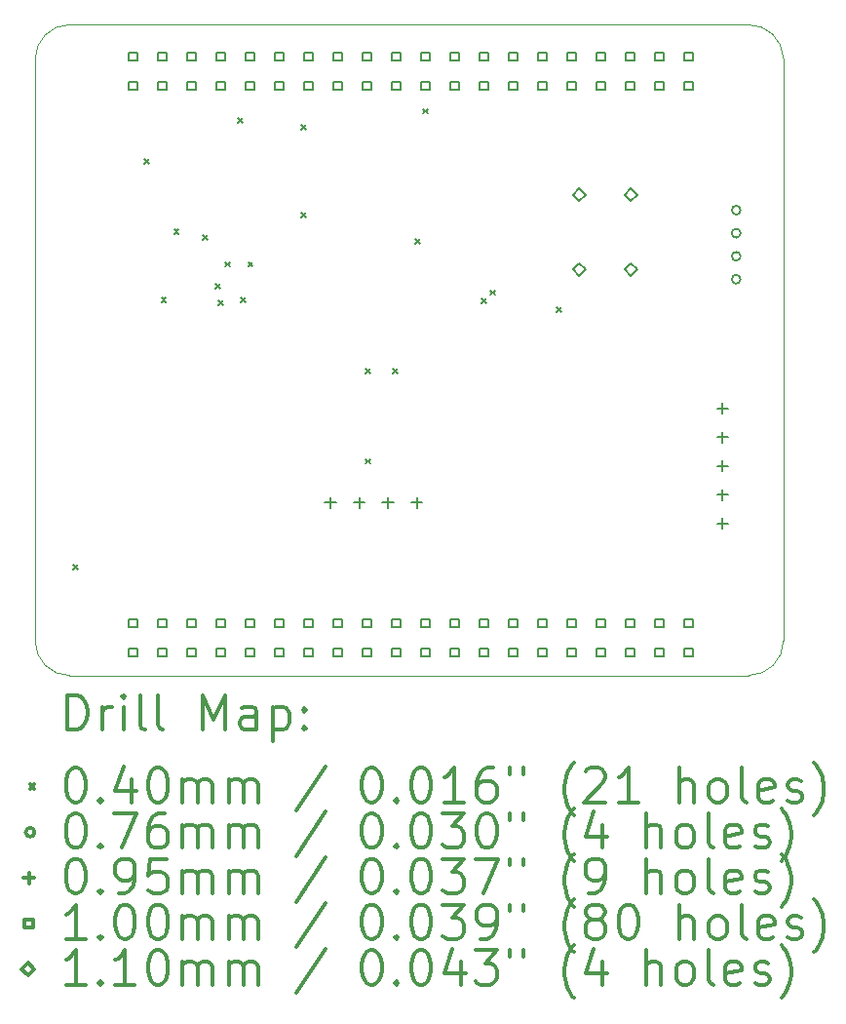
<source format=gbr>
%FSLAX45Y45*%
G04 Gerber Fmt 4.5, Leading zero omitted, Abs format (unit mm)*
G04 Created by KiCad (PCBNEW (5.1.7-0-10_14)) date 2020-11-05 09:31:54*
%MOMM*%
%LPD*%
G01*
G04 APERTURE LIST*
%TA.AperFunction,Profile*%
%ADD10C,0.100000*%
%TD*%
%ADD11C,0.200000*%
%ADD12C,0.300000*%
G04 APERTURE END LIST*
D10*
X17250000Y-6640000D02*
G75*
G03*
X16940000Y-6350000I-300000J-10000D01*
G01*
X17250000Y-11700000D02*
G75*
G02*
X16950000Y-12000000I-300000J0D01*
G01*
X10750000Y-11700000D02*
G75*
G03*
X11050000Y-12000000I300000J0D01*
G01*
X10750000Y-6650000D02*
G75*
G02*
X11050000Y-6350000I300000J0D01*
G01*
X11050000Y-6350000D02*
X16940000Y-6350000D01*
X10750000Y-11700000D02*
X10750000Y-6650000D01*
X16950000Y-12000000D02*
X11050000Y-12000000D01*
X17250000Y-6640000D02*
X17250000Y-11700000D01*
D11*
X11080000Y-11040000D02*
X11120000Y-11080000D01*
X11120000Y-11040000D02*
X11080000Y-11080000D01*
X11700000Y-7520000D02*
X11740000Y-7560000D01*
X11740000Y-7520000D02*
X11700000Y-7560000D01*
X11846807Y-8721807D02*
X11886807Y-8761807D01*
X11886807Y-8721807D02*
X11846807Y-8761807D01*
X11956500Y-8128500D02*
X11996500Y-8168500D01*
X11996500Y-8128500D02*
X11956500Y-8168500D01*
X12205500Y-8179500D02*
X12245500Y-8219500D01*
X12245500Y-8179500D02*
X12205500Y-8219500D01*
X12320000Y-8600000D02*
X12360000Y-8640000D01*
X12360000Y-8600000D02*
X12320000Y-8640000D01*
X12344877Y-8744877D02*
X12384877Y-8784877D01*
X12384877Y-8744877D02*
X12344877Y-8784877D01*
X12400000Y-8410000D02*
X12440000Y-8450000D01*
X12440000Y-8410000D02*
X12400000Y-8450000D01*
X12515000Y-7160000D02*
X12555000Y-7200000D01*
X12555000Y-7160000D02*
X12515000Y-7200000D01*
X12540000Y-8720000D02*
X12580000Y-8760000D01*
X12580000Y-8720000D02*
X12540000Y-8760000D01*
X12600000Y-8410000D02*
X12640000Y-8450000D01*
X12640000Y-8410000D02*
X12600000Y-8450000D01*
X13060000Y-7220000D02*
X13100000Y-7260000D01*
X13100000Y-7220000D02*
X13060000Y-7260000D01*
X13060000Y-7980000D02*
X13100000Y-8020000D01*
X13100000Y-7980000D02*
X13060000Y-8020000D01*
X13620000Y-9340000D02*
X13660000Y-9380000D01*
X13660000Y-9340000D02*
X13620000Y-9380000D01*
X13620000Y-10120000D02*
X13660000Y-10160000D01*
X13660000Y-10120000D02*
X13620000Y-10160000D01*
X13860000Y-9340000D02*
X13900000Y-9380000D01*
X13900000Y-9340000D02*
X13860000Y-9380000D01*
X14056000Y-8213500D02*
X14096000Y-8253500D01*
X14096000Y-8213500D02*
X14056000Y-8253500D01*
X14120000Y-7080000D02*
X14160000Y-7120000D01*
X14160000Y-7080000D02*
X14120000Y-7120000D01*
X14630000Y-8730000D02*
X14670000Y-8770000D01*
X14670000Y-8730000D02*
X14630000Y-8770000D01*
X14705000Y-8655000D02*
X14745000Y-8695000D01*
X14745000Y-8655000D02*
X14705000Y-8695000D01*
X15280000Y-8805000D02*
X15320000Y-8845000D01*
X15320000Y-8805000D02*
X15280000Y-8845000D01*
X16878100Y-7960000D02*
G75*
G03*
X16878100Y-7960000I-38100J0D01*
G01*
X16878100Y-8160000D02*
G75*
G03*
X16878100Y-8160000I-38100J0D01*
G01*
X16878100Y-8360000D02*
G75*
G03*
X16878100Y-8360000I-38100J0D01*
G01*
X16878100Y-8560000D02*
G75*
G03*
X16878100Y-8560000I-38100J0D01*
G01*
X16720000Y-9632500D02*
X16720000Y-9727500D01*
X16672500Y-9680000D02*
X16767500Y-9680000D01*
X16720000Y-9882500D02*
X16720000Y-9977500D01*
X16672500Y-9930000D02*
X16767500Y-9930000D01*
X16720000Y-10132500D02*
X16720000Y-10227500D01*
X16672500Y-10180000D02*
X16767500Y-10180000D01*
X16720000Y-10382500D02*
X16720000Y-10477500D01*
X16672500Y-10430000D02*
X16767500Y-10430000D01*
X16720000Y-10632500D02*
X16720000Y-10727500D01*
X16672500Y-10680000D02*
X16767500Y-10680000D01*
X13315000Y-10452500D02*
X13315000Y-10547500D01*
X13267500Y-10500000D02*
X13362500Y-10500000D01*
X13565000Y-10452500D02*
X13565000Y-10547500D01*
X13517500Y-10500000D02*
X13612500Y-10500000D01*
X13815000Y-10452500D02*
X13815000Y-10547500D01*
X13767500Y-10500000D02*
X13862500Y-10500000D01*
X14065000Y-10452500D02*
X14065000Y-10547500D01*
X14017500Y-10500000D02*
X14112500Y-10500000D01*
X11635356Y-11581356D02*
X11635356Y-11510644D01*
X11564644Y-11510644D01*
X11564644Y-11581356D01*
X11635356Y-11581356D01*
X11635356Y-11835356D02*
X11635356Y-11764644D01*
X11564644Y-11764644D01*
X11564644Y-11835356D01*
X11635356Y-11835356D01*
X11889356Y-11581356D02*
X11889356Y-11510644D01*
X11818644Y-11510644D01*
X11818644Y-11581356D01*
X11889356Y-11581356D01*
X11889356Y-11835356D02*
X11889356Y-11764644D01*
X11818644Y-11764644D01*
X11818644Y-11835356D01*
X11889356Y-11835356D01*
X12143356Y-11581356D02*
X12143356Y-11510644D01*
X12072644Y-11510644D01*
X12072644Y-11581356D01*
X12143356Y-11581356D01*
X12143356Y-11835356D02*
X12143356Y-11764644D01*
X12072644Y-11764644D01*
X12072644Y-11835356D01*
X12143356Y-11835356D01*
X12397356Y-11581356D02*
X12397356Y-11510644D01*
X12326644Y-11510644D01*
X12326644Y-11581356D01*
X12397356Y-11581356D01*
X12397356Y-11835356D02*
X12397356Y-11764644D01*
X12326644Y-11764644D01*
X12326644Y-11835356D01*
X12397356Y-11835356D01*
X12651356Y-11581356D02*
X12651356Y-11510644D01*
X12580644Y-11510644D01*
X12580644Y-11581356D01*
X12651356Y-11581356D01*
X12651356Y-11835356D02*
X12651356Y-11764644D01*
X12580644Y-11764644D01*
X12580644Y-11835356D01*
X12651356Y-11835356D01*
X12905356Y-11581356D02*
X12905356Y-11510644D01*
X12834644Y-11510644D01*
X12834644Y-11581356D01*
X12905356Y-11581356D01*
X12905356Y-11835356D02*
X12905356Y-11764644D01*
X12834644Y-11764644D01*
X12834644Y-11835356D01*
X12905356Y-11835356D01*
X13159356Y-11581356D02*
X13159356Y-11510644D01*
X13088644Y-11510644D01*
X13088644Y-11581356D01*
X13159356Y-11581356D01*
X13159356Y-11835356D02*
X13159356Y-11764644D01*
X13088644Y-11764644D01*
X13088644Y-11835356D01*
X13159356Y-11835356D01*
X13413356Y-11581356D02*
X13413356Y-11510644D01*
X13342644Y-11510644D01*
X13342644Y-11581356D01*
X13413356Y-11581356D01*
X13413356Y-11835356D02*
X13413356Y-11764644D01*
X13342644Y-11764644D01*
X13342644Y-11835356D01*
X13413356Y-11835356D01*
X13667356Y-11581356D02*
X13667356Y-11510644D01*
X13596644Y-11510644D01*
X13596644Y-11581356D01*
X13667356Y-11581356D01*
X13667356Y-11835356D02*
X13667356Y-11764644D01*
X13596644Y-11764644D01*
X13596644Y-11835356D01*
X13667356Y-11835356D01*
X13921356Y-11581356D02*
X13921356Y-11510644D01*
X13850644Y-11510644D01*
X13850644Y-11581356D01*
X13921356Y-11581356D01*
X13921356Y-11835356D02*
X13921356Y-11764644D01*
X13850644Y-11764644D01*
X13850644Y-11835356D01*
X13921356Y-11835356D01*
X14175356Y-11581356D02*
X14175356Y-11510644D01*
X14104644Y-11510644D01*
X14104644Y-11581356D01*
X14175356Y-11581356D01*
X14175356Y-11835356D02*
X14175356Y-11764644D01*
X14104644Y-11764644D01*
X14104644Y-11835356D01*
X14175356Y-11835356D01*
X14429356Y-11581356D02*
X14429356Y-11510644D01*
X14358644Y-11510644D01*
X14358644Y-11581356D01*
X14429356Y-11581356D01*
X14429356Y-11835356D02*
X14429356Y-11764644D01*
X14358644Y-11764644D01*
X14358644Y-11835356D01*
X14429356Y-11835356D01*
X14683356Y-11581356D02*
X14683356Y-11510644D01*
X14612644Y-11510644D01*
X14612644Y-11581356D01*
X14683356Y-11581356D01*
X14683356Y-11835356D02*
X14683356Y-11764644D01*
X14612644Y-11764644D01*
X14612644Y-11835356D01*
X14683356Y-11835356D01*
X14937356Y-11581356D02*
X14937356Y-11510644D01*
X14866644Y-11510644D01*
X14866644Y-11581356D01*
X14937356Y-11581356D01*
X14937356Y-11835356D02*
X14937356Y-11764644D01*
X14866644Y-11764644D01*
X14866644Y-11835356D01*
X14937356Y-11835356D01*
X15191356Y-11581356D02*
X15191356Y-11510644D01*
X15120644Y-11510644D01*
X15120644Y-11581356D01*
X15191356Y-11581356D01*
X15191356Y-11835356D02*
X15191356Y-11764644D01*
X15120644Y-11764644D01*
X15120644Y-11835356D01*
X15191356Y-11835356D01*
X15445356Y-11581356D02*
X15445356Y-11510644D01*
X15374644Y-11510644D01*
X15374644Y-11581356D01*
X15445356Y-11581356D01*
X15445356Y-11835356D02*
X15445356Y-11764644D01*
X15374644Y-11764644D01*
X15374644Y-11835356D01*
X15445356Y-11835356D01*
X15699356Y-11581356D02*
X15699356Y-11510644D01*
X15628644Y-11510644D01*
X15628644Y-11581356D01*
X15699356Y-11581356D01*
X15699356Y-11835356D02*
X15699356Y-11764644D01*
X15628644Y-11764644D01*
X15628644Y-11835356D01*
X15699356Y-11835356D01*
X15953356Y-11581356D02*
X15953356Y-11510644D01*
X15882644Y-11510644D01*
X15882644Y-11581356D01*
X15953356Y-11581356D01*
X15953356Y-11835356D02*
X15953356Y-11764644D01*
X15882644Y-11764644D01*
X15882644Y-11835356D01*
X15953356Y-11835356D01*
X16207356Y-11581356D02*
X16207356Y-11510644D01*
X16136644Y-11510644D01*
X16136644Y-11581356D01*
X16207356Y-11581356D01*
X16207356Y-11835356D02*
X16207356Y-11764644D01*
X16136644Y-11764644D01*
X16136644Y-11835356D01*
X16207356Y-11835356D01*
X16461356Y-11581356D02*
X16461356Y-11510644D01*
X16390644Y-11510644D01*
X16390644Y-11581356D01*
X16461356Y-11581356D01*
X16461356Y-11835356D02*
X16461356Y-11764644D01*
X16390644Y-11764644D01*
X16390644Y-11835356D01*
X16461356Y-11835356D01*
X11635356Y-6660356D02*
X11635356Y-6589644D01*
X11564644Y-6589644D01*
X11564644Y-6660356D01*
X11635356Y-6660356D01*
X11635356Y-6914356D02*
X11635356Y-6843644D01*
X11564644Y-6843644D01*
X11564644Y-6914356D01*
X11635356Y-6914356D01*
X11889356Y-6660356D02*
X11889356Y-6589644D01*
X11818644Y-6589644D01*
X11818644Y-6660356D01*
X11889356Y-6660356D01*
X11889356Y-6914356D02*
X11889356Y-6843644D01*
X11818644Y-6843644D01*
X11818644Y-6914356D01*
X11889356Y-6914356D01*
X12143356Y-6660356D02*
X12143356Y-6589644D01*
X12072644Y-6589644D01*
X12072644Y-6660356D01*
X12143356Y-6660356D01*
X12143356Y-6914356D02*
X12143356Y-6843644D01*
X12072644Y-6843644D01*
X12072644Y-6914356D01*
X12143356Y-6914356D01*
X12397356Y-6660356D02*
X12397356Y-6589644D01*
X12326644Y-6589644D01*
X12326644Y-6660356D01*
X12397356Y-6660356D01*
X12397356Y-6914356D02*
X12397356Y-6843644D01*
X12326644Y-6843644D01*
X12326644Y-6914356D01*
X12397356Y-6914356D01*
X12651356Y-6660356D02*
X12651356Y-6589644D01*
X12580644Y-6589644D01*
X12580644Y-6660356D01*
X12651356Y-6660356D01*
X12651356Y-6914356D02*
X12651356Y-6843644D01*
X12580644Y-6843644D01*
X12580644Y-6914356D01*
X12651356Y-6914356D01*
X12905356Y-6660356D02*
X12905356Y-6589644D01*
X12834644Y-6589644D01*
X12834644Y-6660356D01*
X12905356Y-6660356D01*
X12905356Y-6914356D02*
X12905356Y-6843644D01*
X12834644Y-6843644D01*
X12834644Y-6914356D01*
X12905356Y-6914356D01*
X13159356Y-6660356D02*
X13159356Y-6589644D01*
X13088644Y-6589644D01*
X13088644Y-6660356D01*
X13159356Y-6660356D01*
X13159356Y-6914356D02*
X13159356Y-6843644D01*
X13088644Y-6843644D01*
X13088644Y-6914356D01*
X13159356Y-6914356D01*
X13413356Y-6660356D02*
X13413356Y-6589644D01*
X13342644Y-6589644D01*
X13342644Y-6660356D01*
X13413356Y-6660356D01*
X13413356Y-6914356D02*
X13413356Y-6843644D01*
X13342644Y-6843644D01*
X13342644Y-6914356D01*
X13413356Y-6914356D01*
X13667356Y-6660356D02*
X13667356Y-6589644D01*
X13596644Y-6589644D01*
X13596644Y-6660356D01*
X13667356Y-6660356D01*
X13667356Y-6914356D02*
X13667356Y-6843644D01*
X13596644Y-6843644D01*
X13596644Y-6914356D01*
X13667356Y-6914356D01*
X13921356Y-6660356D02*
X13921356Y-6589644D01*
X13850644Y-6589644D01*
X13850644Y-6660356D01*
X13921356Y-6660356D01*
X13921356Y-6914356D02*
X13921356Y-6843644D01*
X13850644Y-6843644D01*
X13850644Y-6914356D01*
X13921356Y-6914356D01*
X14175356Y-6660356D02*
X14175356Y-6589644D01*
X14104644Y-6589644D01*
X14104644Y-6660356D01*
X14175356Y-6660356D01*
X14175356Y-6914356D02*
X14175356Y-6843644D01*
X14104644Y-6843644D01*
X14104644Y-6914356D01*
X14175356Y-6914356D01*
X14429356Y-6660356D02*
X14429356Y-6589644D01*
X14358644Y-6589644D01*
X14358644Y-6660356D01*
X14429356Y-6660356D01*
X14429356Y-6914356D02*
X14429356Y-6843644D01*
X14358644Y-6843644D01*
X14358644Y-6914356D01*
X14429356Y-6914356D01*
X14683356Y-6660356D02*
X14683356Y-6589644D01*
X14612644Y-6589644D01*
X14612644Y-6660356D01*
X14683356Y-6660356D01*
X14683356Y-6914356D02*
X14683356Y-6843644D01*
X14612644Y-6843644D01*
X14612644Y-6914356D01*
X14683356Y-6914356D01*
X14937356Y-6660356D02*
X14937356Y-6589644D01*
X14866644Y-6589644D01*
X14866644Y-6660356D01*
X14937356Y-6660356D01*
X14937356Y-6914356D02*
X14937356Y-6843644D01*
X14866644Y-6843644D01*
X14866644Y-6914356D01*
X14937356Y-6914356D01*
X15191356Y-6660356D02*
X15191356Y-6589644D01*
X15120644Y-6589644D01*
X15120644Y-6660356D01*
X15191356Y-6660356D01*
X15191356Y-6914356D02*
X15191356Y-6843644D01*
X15120644Y-6843644D01*
X15120644Y-6914356D01*
X15191356Y-6914356D01*
X15445356Y-6660356D02*
X15445356Y-6589644D01*
X15374644Y-6589644D01*
X15374644Y-6660356D01*
X15445356Y-6660356D01*
X15445356Y-6914356D02*
X15445356Y-6843644D01*
X15374644Y-6843644D01*
X15374644Y-6914356D01*
X15445356Y-6914356D01*
X15699356Y-6660356D02*
X15699356Y-6589644D01*
X15628644Y-6589644D01*
X15628644Y-6660356D01*
X15699356Y-6660356D01*
X15699356Y-6914356D02*
X15699356Y-6843644D01*
X15628644Y-6843644D01*
X15628644Y-6914356D01*
X15699356Y-6914356D01*
X15953356Y-6660356D02*
X15953356Y-6589644D01*
X15882644Y-6589644D01*
X15882644Y-6660356D01*
X15953356Y-6660356D01*
X15953356Y-6914356D02*
X15953356Y-6843644D01*
X15882644Y-6843644D01*
X15882644Y-6914356D01*
X15953356Y-6914356D01*
X16207356Y-6660356D02*
X16207356Y-6589644D01*
X16136644Y-6589644D01*
X16136644Y-6660356D01*
X16207356Y-6660356D01*
X16207356Y-6914356D02*
X16207356Y-6843644D01*
X16136644Y-6843644D01*
X16136644Y-6914356D01*
X16207356Y-6914356D01*
X16461356Y-6660356D02*
X16461356Y-6589644D01*
X16390644Y-6589644D01*
X16390644Y-6660356D01*
X16461356Y-6660356D01*
X16461356Y-6914356D02*
X16461356Y-6843644D01*
X16390644Y-6843644D01*
X16390644Y-6914356D01*
X16461356Y-6914356D01*
X15475000Y-7880000D02*
X15530000Y-7825000D01*
X15475000Y-7770000D01*
X15420000Y-7825000D01*
X15475000Y-7880000D01*
X15475000Y-8530000D02*
X15530000Y-8475000D01*
X15475000Y-8420000D01*
X15420000Y-8475000D01*
X15475000Y-8530000D01*
X15925000Y-7880000D02*
X15980000Y-7825000D01*
X15925000Y-7770000D01*
X15870000Y-7825000D01*
X15925000Y-7880000D01*
X15925000Y-8530000D02*
X15980000Y-8475000D01*
X15925000Y-8420000D01*
X15870000Y-8475000D01*
X15925000Y-8530000D01*
D12*
X11031428Y-12470714D02*
X11031428Y-12170714D01*
X11102857Y-12170714D01*
X11145714Y-12185000D01*
X11174286Y-12213571D01*
X11188571Y-12242143D01*
X11202857Y-12299286D01*
X11202857Y-12342143D01*
X11188571Y-12399286D01*
X11174286Y-12427857D01*
X11145714Y-12456429D01*
X11102857Y-12470714D01*
X11031428Y-12470714D01*
X11331428Y-12470714D02*
X11331428Y-12270714D01*
X11331428Y-12327857D02*
X11345714Y-12299286D01*
X11360000Y-12285000D01*
X11388571Y-12270714D01*
X11417143Y-12270714D01*
X11517143Y-12470714D02*
X11517143Y-12270714D01*
X11517143Y-12170714D02*
X11502857Y-12185000D01*
X11517143Y-12199286D01*
X11531428Y-12185000D01*
X11517143Y-12170714D01*
X11517143Y-12199286D01*
X11702857Y-12470714D02*
X11674286Y-12456429D01*
X11660000Y-12427857D01*
X11660000Y-12170714D01*
X11860000Y-12470714D02*
X11831428Y-12456429D01*
X11817143Y-12427857D01*
X11817143Y-12170714D01*
X12202857Y-12470714D02*
X12202857Y-12170714D01*
X12302857Y-12385000D01*
X12402857Y-12170714D01*
X12402857Y-12470714D01*
X12674286Y-12470714D02*
X12674286Y-12313571D01*
X12660000Y-12285000D01*
X12631428Y-12270714D01*
X12574286Y-12270714D01*
X12545714Y-12285000D01*
X12674286Y-12456429D02*
X12645714Y-12470714D01*
X12574286Y-12470714D01*
X12545714Y-12456429D01*
X12531428Y-12427857D01*
X12531428Y-12399286D01*
X12545714Y-12370714D01*
X12574286Y-12356429D01*
X12645714Y-12356429D01*
X12674286Y-12342143D01*
X12817143Y-12270714D02*
X12817143Y-12570714D01*
X12817143Y-12285000D02*
X12845714Y-12270714D01*
X12902857Y-12270714D01*
X12931428Y-12285000D01*
X12945714Y-12299286D01*
X12960000Y-12327857D01*
X12960000Y-12413571D01*
X12945714Y-12442143D01*
X12931428Y-12456429D01*
X12902857Y-12470714D01*
X12845714Y-12470714D01*
X12817143Y-12456429D01*
X13088571Y-12442143D02*
X13102857Y-12456429D01*
X13088571Y-12470714D01*
X13074286Y-12456429D01*
X13088571Y-12442143D01*
X13088571Y-12470714D01*
X13088571Y-12285000D02*
X13102857Y-12299286D01*
X13088571Y-12313571D01*
X13074286Y-12299286D01*
X13088571Y-12285000D01*
X13088571Y-12313571D01*
X10705000Y-12945000D02*
X10745000Y-12985000D01*
X10745000Y-12945000D02*
X10705000Y-12985000D01*
X11088571Y-12800714D02*
X11117143Y-12800714D01*
X11145714Y-12815000D01*
X11160000Y-12829286D01*
X11174286Y-12857857D01*
X11188571Y-12915000D01*
X11188571Y-12986429D01*
X11174286Y-13043571D01*
X11160000Y-13072143D01*
X11145714Y-13086429D01*
X11117143Y-13100714D01*
X11088571Y-13100714D01*
X11060000Y-13086429D01*
X11045714Y-13072143D01*
X11031428Y-13043571D01*
X11017143Y-12986429D01*
X11017143Y-12915000D01*
X11031428Y-12857857D01*
X11045714Y-12829286D01*
X11060000Y-12815000D01*
X11088571Y-12800714D01*
X11317143Y-13072143D02*
X11331428Y-13086429D01*
X11317143Y-13100714D01*
X11302857Y-13086429D01*
X11317143Y-13072143D01*
X11317143Y-13100714D01*
X11588571Y-12900714D02*
X11588571Y-13100714D01*
X11517143Y-12786429D02*
X11445714Y-13000714D01*
X11631428Y-13000714D01*
X11802857Y-12800714D02*
X11831428Y-12800714D01*
X11860000Y-12815000D01*
X11874286Y-12829286D01*
X11888571Y-12857857D01*
X11902857Y-12915000D01*
X11902857Y-12986429D01*
X11888571Y-13043571D01*
X11874286Y-13072143D01*
X11860000Y-13086429D01*
X11831428Y-13100714D01*
X11802857Y-13100714D01*
X11774286Y-13086429D01*
X11760000Y-13072143D01*
X11745714Y-13043571D01*
X11731428Y-12986429D01*
X11731428Y-12915000D01*
X11745714Y-12857857D01*
X11760000Y-12829286D01*
X11774286Y-12815000D01*
X11802857Y-12800714D01*
X12031428Y-13100714D02*
X12031428Y-12900714D01*
X12031428Y-12929286D02*
X12045714Y-12915000D01*
X12074286Y-12900714D01*
X12117143Y-12900714D01*
X12145714Y-12915000D01*
X12160000Y-12943571D01*
X12160000Y-13100714D01*
X12160000Y-12943571D02*
X12174286Y-12915000D01*
X12202857Y-12900714D01*
X12245714Y-12900714D01*
X12274286Y-12915000D01*
X12288571Y-12943571D01*
X12288571Y-13100714D01*
X12431428Y-13100714D02*
X12431428Y-12900714D01*
X12431428Y-12929286D02*
X12445714Y-12915000D01*
X12474286Y-12900714D01*
X12517143Y-12900714D01*
X12545714Y-12915000D01*
X12560000Y-12943571D01*
X12560000Y-13100714D01*
X12560000Y-12943571D02*
X12574286Y-12915000D01*
X12602857Y-12900714D01*
X12645714Y-12900714D01*
X12674286Y-12915000D01*
X12688571Y-12943571D01*
X12688571Y-13100714D01*
X13274286Y-12786429D02*
X13017143Y-13172143D01*
X13660000Y-12800714D02*
X13688571Y-12800714D01*
X13717143Y-12815000D01*
X13731428Y-12829286D01*
X13745714Y-12857857D01*
X13760000Y-12915000D01*
X13760000Y-12986429D01*
X13745714Y-13043571D01*
X13731428Y-13072143D01*
X13717143Y-13086429D01*
X13688571Y-13100714D01*
X13660000Y-13100714D01*
X13631428Y-13086429D01*
X13617143Y-13072143D01*
X13602857Y-13043571D01*
X13588571Y-12986429D01*
X13588571Y-12915000D01*
X13602857Y-12857857D01*
X13617143Y-12829286D01*
X13631428Y-12815000D01*
X13660000Y-12800714D01*
X13888571Y-13072143D02*
X13902857Y-13086429D01*
X13888571Y-13100714D01*
X13874286Y-13086429D01*
X13888571Y-13072143D01*
X13888571Y-13100714D01*
X14088571Y-12800714D02*
X14117143Y-12800714D01*
X14145714Y-12815000D01*
X14160000Y-12829286D01*
X14174286Y-12857857D01*
X14188571Y-12915000D01*
X14188571Y-12986429D01*
X14174286Y-13043571D01*
X14160000Y-13072143D01*
X14145714Y-13086429D01*
X14117143Y-13100714D01*
X14088571Y-13100714D01*
X14060000Y-13086429D01*
X14045714Y-13072143D01*
X14031428Y-13043571D01*
X14017143Y-12986429D01*
X14017143Y-12915000D01*
X14031428Y-12857857D01*
X14045714Y-12829286D01*
X14060000Y-12815000D01*
X14088571Y-12800714D01*
X14474286Y-13100714D02*
X14302857Y-13100714D01*
X14388571Y-13100714D02*
X14388571Y-12800714D01*
X14360000Y-12843571D01*
X14331428Y-12872143D01*
X14302857Y-12886429D01*
X14731428Y-12800714D02*
X14674286Y-12800714D01*
X14645714Y-12815000D01*
X14631428Y-12829286D01*
X14602857Y-12872143D01*
X14588571Y-12929286D01*
X14588571Y-13043571D01*
X14602857Y-13072143D01*
X14617143Y-13086429D01*
X14645714Y-13100714D01*
X14702857Y-13100714D01*
X14731428Y-13086429D01*
X14745714Y-13072143D01*
X14760000Y-13043571D01*
X14760000Y-12972143D01*
X14745714Y-12943571D01*
X14731428Y-12929286D01*
X14702857Y-12915000D01*
X14645714Y-12915000D01*
X14617143Y-12929286D01*
X14602857Y-12943571D01*
X14588571Y-12972143D01*
X14874286Y-12800714D02*
X14874286Y-12857857D01*
X14988571Y-12800714D02*
X14988571Y-12857857D01*
X15431428Y-13215000D02*
X15417143Y-13200714D01*
X15388571Y-13157857D01*
X15374286Y-13129286D01*
X15360000Y-13086429D01*
X15345714Y-13015000D01*
X15345714Y-12957857D01*
X15360000Y-12886429D01*
X15374286Y-12843571D01*
X15388571Y-12815000D01*
X15417143Y-12772143D01*
X15431428Y-12757857D01*
X15531428Y-12829286D02*
X15545714Y-12815000D01*
X15574286Y-12800714D01*
X15645714Y-12800714D01*
X15674286Y-12815000D01*
X15688571Y-12829286D01*
X15702857Y-12857857D01*
X15702857Y-12886429D01*
X15688571Y-12929286D01*
X15517143Y-13100714D01*
X15702857Y-13100714D01*
X15988571Y-13100714D02*
X15817143Y-13100714D01*
X15902857Y-13100714D02*
X15902857Y-12800714D01*
X15874286Y-12843571D01*
X15845714Y-12872143D01*
X15817143Y-12886429D01*
X16345714Y-13100714D02*
X16345714Y-12800714D01*
X16474286Y-13100714D02*
X16474286Y-12943571D01*
X16460000Y-12915000D01*
X16431428Y-12900714D01*
X16388571Y-12900714D01*
X16360000Y-12915000D01*
X16345714Y-12929286D01*
X16660000Y-13100714D02*
X16631428Y-13086429D01*
X16617143Y-13072143D01*
X16602857Y-13043571D01*
X16602857Y-12957857D01*
X16617143Y-12929286D01*
X16631428Y-12915000D01*
X16660000Y-12900714D01*
X16702857Y-12900714D01*
X16731428Y-12915000D01*
X16745714Y-12929286D01*
X16760000Y-12957857D01*
X16760000Y-13043571D01*
X16745714Y-13072143D01*
X16731428Y-13086429D01*
X16702857Y-13100714D01*
X16660000Y-13100714D01*
X16931428Y-13100714D02*
X16902857Y-13086429D01*
X16888571Y-13057857D01*
X16888571Y-12800714D01*
X17160000Y-13086429D02*
X17131428Y-13100714D01*
X17074286Y-13100714D01*
X17045714Y-13086429D01*
X17031428Y-13057857D01*
X17031428Y-12943571D01*
X17045714Y-12915000D01*
X17074286Y-12900714D01*
X17131428Y-12900714D01*
X17160000Y-12915000D01*
X17174286Y-12943571D01*
X17174286Y-12972143D01*
X17031428Y-13000714D01*
X17288571Y-13086429D02*
X17317143Y-13100714D01*
X17374286Y-13100714D01*
X17402857Y-13086429D01*
X17417143Y-13057857D01*
X17417143Y-13043571D01*
X17402857Y-13015000D01*
X17374286Y-13000714D01*
X17331428Y-13000714D01*
X17302857Y-12986429D01*
X17288571Y-12957857D01*
X17288571Y-12943571D01*
X17302857Y-12915000D01*
X17331428Y-12900714D01*
X17374286Y-12900714D01*
X17402857Y-12915000D01*
X17517143Y-13215000D02*
X17531428Y-13200714D01*
X17560000Y-13157857D01*
X17574286Y-13129286D01*
X17588571Y-13086429D01*
X17602857Y-13015000D01*
X17602857Y-12957857D01*
X17588571Y-12886429D01*
X17574286Y-12843571D01*
X17560000Y-12815000D01*
X17531428Y-12772143D01*
X17517143Y-12757857D01*
X10745000Y-13361000D02*
G75*
G03*
X10745000Y-13361000I-38100J0D01*
G01*
X11088571Y-13196714D02*
X11117143Y-13196714D01*
X11145714Y-13211000D01*
X11160000Y-13225286D01*
X11174286Y-13253857D01*
X11188571Y-13311000D01*
X11188571Y-13382429D01*
X11174286Y-13439571D01*
X11160000Y-13468143D01*
X11145714Y-13482429D01*
X11117143Y-13496714D01*
X11088571Y-13496714D01*
X11060000Y-13482429D01*
X11045714Y-13468143D01*
X11031428Y-13439571D01*
X11017143Y-13382429D01*
X11017143Y-13311000D01*
X11031428Y-13253857D01*
X11045714Y-13225286D01*
X11060000Y-13211000D01*
X11088571Y-13196714D01*
X11317143Y-13468143D02*
X11331428Y-13482429D01*
X11317143Y-13496714D01*
X11302857Y-13482429D01*
X11317143Y-13468143D01*
X11317143Y-13496714D01*
X11431428Y-13196714D02*
X11631428Y-13196714D01*
X11502857Y-13496714D01*
X11874286Y-13196714D02*
X11817143Y-13196714D01*
X11788571Y-13211000D01*
X11774286Y-13225286D01*
X11745714Y-13268143D01*
X11731428Y-13325286D01*
X11731428Y-13439571D01*
X11745714Y-13468143D01*
X11760000Y-13482429D01*
X11788571Y-13496714D01*
X11845714Y-13496714D01*
X11874286Y-13482429D01*
X11888571Y-13468143D01*
X11902857Y-13439571D01*
X11902857Y-13368143D01*
X11888571Y-13339571D01*
X11874286Y-13325286D01*
X11845714Y-13311000D01*
X11788571Y-13311000D01*
X11760000Y-13325286D01*
X11745714Y-13339571D01*
X11731428Y-13368143D01*
X12031428Y-13496714D02*
X12031428Y-13296714D01*
X12031428Y-13325286D02*
X12045714Y-13311000D01*
X12074286Y-13296714D01*
X12117143Y-13296714D01*
X12145714Y-13311000D01*
X12160000Y-13339571D01*
X12160000Y-13496714D01*
X12160000Y-13339571D02*
X12174286Y-13311000D01*
X12202857Y-13296714D01*
X12245714Y-13296714D01*
X12274286Y-13311000D01*
X12288571Y-13339571D01*
X12288571Y-13496714D01*
X12431428Y-13496714D02*
X12431428Y-13296714D01*
X12431428Y-13325286D02*
X12445714Y-13311000D01*
X12474286Y-13296714D01*
X12517143Y-13296714D01*
X12545714Y-13311000D01*
X12560000Y-13339571D01*
X12560000Y-13496714D01*
X12560000Y-13339571D02*
X12574286Y-13311000D01*
X12602857Y-13296714D01*
X12645714Y-13296714D01*
X12674286Y-13311000D01*
X12688571Y-13339571D01*
X12688571Y-13496714D01*
X13274286Y-13182429D02*
X13017143Y-13568143D01*
X13660000Y-13196714D02*
X13688571Y-13196714D01*
X13717143Y-13211000D01*
X13731428Y-13225286D01*
X13745714Y-13253857D01*
X13760000Y-13311000D01*
X13760000Y-13382429D01*
X13745714Y-13439571D01*
X13731428Y-13468143D01*
X13717143Y-13482429D01*
X13688571Y-13496714D01*
X13660000Y-13496714D01*
X13631428Y-13482429D01*
X13617143Y-13468143D01*
X13602857Y-13439571D01*
X13588571Y-13382429D01*
X13588571Y-13311000D01*
X13602857Y-13253857D01*
X13617143Y-13225286D01*
X13631428Y-13211000D01*
X13660000Y-13196714D01*
X13888571Y-13468143D02*
X13902857Y-13482429D01*
X13888571Y-13496714D01*
X13874286Y-13482429D01*
X13888571Y-13468143D01*
X13888571Y-13496714D01*
X14088571Y-13196714D02*
X14117143Y-13196714D01*
X14145714Y-13211000D01*
X14160000Y-13225286D01*
X14174286Y-13253857D01*
X14188571Y-13311000D01*
X14188571Y-13382429D01*
X14174286Y-13439571D01*
X14160000Y-13468143D01*
X14145714Y-13482429D01*
X14117143Y-13496714D01*
X14088571Y-13496714D01*
X14060000Y-13482429D01*
X14045714Y-13468143D01*
X14031428Y-13439571D01*
X14017143Y-13382429D01*
X14017143Y-13311000D01*
X14031428Y-13253857D01*
X14045714Y-13225286D01*
X14060000Y-13211000D01*
X14088571Y-13196714D01*
X14288571Y-13196714D02*
X14474286Y-13196714D01*
X14374286Y-13311000D01*
X14417143Y-13311000D01*
X14445714Y-13325286D01*
X14460000Y-13339571D01*
X14474286Y-13368143D01*
X14474286Y-13439571D01*
X14460000Y-13468143D01*
X14445714Y-13482429D01*
X14417143Y-13496714D01*
X14331428Y-13496714D01*
X14302857Y-13482429D01*
X14288571Y-13468143D01*
X14660000Y-13196714D02*
X14688571Y-13196714D01*
X14717143Y-13211000D01*
X14731428Y-13225286D01*
X14745714Y-13253857D01*
X14760000Y-13311000D01*
X14760000Y-13382429D01*
X14745714Y-13439571D01*
X14731428Y-13468143D01*
X14717143Y-13482429D01*
X14688571Y-13496714D01*
X14660000Y-13496714D01*
X14631428Y-13482429D01*
X14617143Y-13468143D01*
X14602857Y-13439571D01*
X14588571Y-13382429D01*
X14588571Y-13311000D01*
X14602857Y-13253857D01*
X14617143Y-13225286D01*
X14631428Y-13211000D01*
X14660000Y-13196714D01*
X14874286Y-13196714D02*
X14874286Y-13253857D01*
X14988571Y-13196714D02*
X14988571Y-13253857D01*
X15431428Y-13611000D02*
X15417143Y-13596714D01*
X15388571Y-13553857D01*
X15374286Y-13525286D01*
X15360000Y-13482429D01*
X15345714Y-13411000D01*
X15345714Y-13353857D01*
X15360000Y-13282429D01*
X15374286Y-13239571D01*
X15388571Y-13211000D01*
X15417143Y-13168143D01*
X15431428Y-13153857D01*
X15674286Y-13296714D02*
X15674286Y-13496714D01*
X15602857Y-13182429D02*
X15531428Y-13396714D01*
X15717143Y-13396714D01*
X16060000Y-13496714D02*
X16060000Y-13196714D01*
X16188571Y-13496714D02*
X16188571Y-13339571D01*
X16174286Y-13311000D01*
X16145714Y-13296714D01*
X16102857Y-13296714D01*
X16074286Y-13311000D01*
X16060000Y-13325286D01*
X16374286Y-13496714D02*
X16345714Y-13482429D01*
X16331428Y-13468143D01*
X16317143Y-13439571D01*
X16317143Y-13353857D01*
X16331428Y-13325286D01*
X16345714Y-13311000D01*
X16374286Y-13296714D01*
X16417143Y-13296714D01*
X16445714Y-13311000D01*
X16460000Y-13325286D01*
X16474286Y-13353857D01*
X16474286Y-13439571D01*
X16460000Y-13468143D01*
X16445714Y-13482429D01*
X16417143Y-13496714D01*
X16374286Y-13496714D01*
X16645714Y-13496714D02*
X16617143Y-13482429D01*
X16602857Y-13453857D01*
X16602857Y-13196714D01*
X16874286Y-13482429D02*
X16845714Y-13496714D01*
X16788571Y-13496714D01*
X16760000Y-13482429D01*
X16745714Y-13453857D01*
X16745714Y-13339571D01*
X16760000Y-13311000D01*
X16788571Y-13296714D01*
X16845714Y-13296714D01*
X16874286Y-13311000D01*
X16888571Y-13339571D01*
X16888571Y-13368143D01*
X16745714Y-13396714D01*
X17002857Y-13482429D02*
X17031428Y-13496714D01*
X17088571Y-13496714D01*
X17117143Y-13482429D01*
X17131428Y-13453857D01*
X17131428Y-13439571D01*
X17117143Y-13411000D01*
X17088571Y-13396714D01*
X17045714Y-13396714D01*
X17017143Y-13382429D01*
X17002857Y-13353857D01*
X17002857Y-13339571D01*
X17017143Y-13311000D01*
X17045714Y-13296714D01*
X17088571Y-13296714D01*
X17117143Y-13311000D01*
X17231428Y-13611000D02*
X17245714Y-13596714D01*
X17274286Y-13553857D01*
X17288571Y-13525286D01*
X17302857Y-13482429D01*
X17317143Y-13411000D01*
X17317143Y-13353857D01*
X17302857Y-13282429D01*
X17288571Y-13239571D01*
X17274286Y-13211000D01*
X17245714Y-13168143D01*
X17231428Y-13153857D01*
X10697500Y-13709500D02*
X10697500Y-13804500D01*
X10650000Y-13757000D02*
X10745000Y-13757000D01*
X11088571Y-13592714D02*
X11117143Y-13592714D01*
X11145714Y-13607000D01*
X11160000Y-13621286D01*
X11174286Y-13649857D01*
X11188571Y-13707000D01*
X11188571Y-13778429D01*
X11174286Y-13835571D01*
X11160000Y-13864143D01*
X11145714Y-13878429D01*
X11117143Y-13892714D01*
X11088571Y-13892714D01*
X11060000Y-13878429D01*
X11045714Y-13864143D01*
X11031428Y-13835571D01*
X11017143Y-13778429D01*
X11017143Y-13707000D01*
X11031428Y-13649857D01*
X11045714Y-13621286D01*
X11060000Y-13607000D01*
X11088571Y-13592714D01*
X11317143Y-13864143D02*
X11331428Y-13878429D01*
X11317143Y-13892714D01*
X11302857Y-13878429D01*
X11317143Y-13864143D01*
X11317143Y-13892714D01*
X11474286Y-13892714D02*
X11531428Y-13892714D01*
X11560000Y-13878429D01*
X11574286Y-13864143D01*
X11602857Y-13821286D01*
X11617143Y-13764143D01*
X11617143Y-13649857D01*
X11602857Y-13621286D01*
X11588571Y-13607000D01*
X11560000Y-13592714D01*
X11502857Y-13592714D01*
X11474286Y-13607000D01*
X11460000Y-13621286D01*
X11445714Y-13649857D01*
X11445714Y-13721286D01*
X11460000Y-13749857D01*
X11474286Y-13764143D01*
X11502857Y-13778429D01*
X11560000Y-13778429D01*
X11588571Y-13764143D01*
X11602857Y-13749857D01*
X11617143Y-13721286D01*
X11888571Y-13592714D02*
X11745714Y-13592714D01*
X11731428Y-13735571D01*
X11745714Y-13721286D01*
X11774286Y-13707000D01*
X11845714Y-13707000D01*
X11874286Y-13721286D01*
X11888571Y-13735571D01*
X11902857Y-13764143D01*
X11902857Y-13835571D01*
X11888571Y-13864143D01*
X11874286Y-13878429D01*
X11845714Y-13892714D01*
X11774286Y-13892714D01*
X11745714Y-13878429D01*
X11731428Y-13864143D01*
X12031428Y-13892714D02*
X12031428Y-13692714D01*
X12031428Y-13721286D02*
X12045714Y-13707000D01*
X12074286Y-13692714D01*
X12117143Y-13692714D01*
X12145714Y-13707000D01*
X12160000Y-13735571D01*
X12160000Y-13892714D01*
X12160000Y-13735571D02*
X12174286Y-13707000D01*
X12202857Y-13692714D01*
X12245714Y-13692714D01*
X12274286Y-13707000D01*
X12288571Y-13735571D01*
X12288571Y-13892714D01*
X12431428Y-13892714D02*
X12431428Y-13692714D01*
X12431428Y-13721286D02*
X12445714Y-13707000D01*
X12474286Y-13692714D01*
X12517143Y-13692714D01*
X12545714Y-13707000D01*
X12560000Y-13735571D01*
X12560000Y-13892714D01*
X12560000Y-13735571D02*
X12574286Y-13707000D01*
X12602857Y-13692714D01*
X12645714Y-13692714D01*
X12674286Y-13707000D01*
X12688571Y-13735571D01*
X12688571Y-13892714D01*
X13274286Y-13578429D02*
X13017143Y-13964143D01*
X13660000Y-13592714D02*
X13688571Y-13592714D01*
X13717143Y-13607000D01*
X13731428Y-13621286D01*
X13745714Y-13649857D01*
X13760000Y-13707000D01*
X13760000Y-13778429D01*
X13745714Y-13835571D01*
X13731428Y-13864143D01*
X13717143Y-13878429D01*
X13688571Y-13892714D01*
X13660000Y-13892714D01*
X13631428Y-13878429D01*
X13617143Y-13864143D01*
X13602857Y-13835571D01*
X13588571Y-13778429D01*
X13588571Y-13707000D01*
X13602857Y-13649857D01*
X13617143Y-13621286D01*
X13631428Y-13607000D01*
X13660000Y-13592714D01*
X13888571Y-13864143D02*
X13902857Y-13878429D01*
X13888571Y-13892714D01*
X13874286Y-13878429D01*
X13888571Y-13864143D01*
X13888571Y-13892714D01*
X14088571Y-13592714D02*
X14117143Y-13592714D01*
X14145714Y-13607000D01*
X14160000Y-13621286D01*
X14174286Y-13649857D01*
X14188571Y-13707000D01*
X14188571Y-13778429D01*
X14174286Y-13835571D01*
X14160000Y-13864143D01*
X14145714Y-13878429D01*
X14117143Y-13892714D01*
X14088571Y-13892714D01*
X14060000Y-13878429D01*
X14045714Y-13864143D01*
X14031428Y-13835571D01*
X14017143Y-13778429D01*
X14017143Y-13707000D01*
X14031428Y-13649857D01*
X14045714Y-13621286D01*
X14060000Y-13607000D01*
X14088571Y-13592714D01*
X14288571Y-13592714D02*
X14474286Y-13592714D01*
X14374286Y-13707000D01*
X14417143Y-13707000D01*
X14445714Y-13721286D01*
X14460000Y-13735571D01*
X14474286Y-13764143D01*
X14474286Y-13835571D01*
X14460000Y-13864143D01*
X14445714Y-13878429D01*
X14417143Y-13892714D01*
X14331428Y-13892714D01*
X14302857Y-13878429D01*
X14288571Y-13864143D01*
X14574286Y-13592714D02*
X14774286Y-13592714D01*
X14645714Y-13892714D01*
X14874286Y-13592714D02*
X14874286Y-13649857D01*
X14988571Y-13592714D02*
X14988571Y-13649857D01*
X15431428Y-14007000D02*
X15417143Y-13992714D01*
X15388571Y-13949857D01*
X15374286Y-13921286D01*
X15360000Y-13878429D01*
X15345714Y-13807000D01*
X15345714Y-13749857D01*
X15360000Y-13678429D01*
X15374286Y-13635571D01*
X15388571Y-13607000D01*
X15417143Y-13564143D01*
X15431428Y-13549857D01*
X15560000Y-13892714D02*
X15617143Y-13892714D01*
X15645714Y-13878429D01*
X15660000Y-13864143D01*
X15688571Y-13821286D01*
X15702857Y-13764143D01*
X15702857Y-13649857D01*
X15688571Y-13621286D01*
X15674286Y-13607000D01*
X15645714Y-13592714D01*
X15588571Y-13592714D01*
X15560000Y-13607000D01*
X15545714Y-13621286D01*
X15531428Y-13649857D01*
X15531428Y-13721286D01*
X15545714Y-13749857D01*
X15560000Y-13764143D01*
X15588571Y-13778429D01*
X15645714Y-13778429D01*
X15674286Y-13764143D01*
X15688571Y-13749857D01*
X15702857Y-13721286D01*
X16060000Y-13892714D02*
X16060000Y-13592714D01*
X16188571Y-13892714D02*
X16188571Y-13735571D01*
X16174286Y-13707000D01*
X16145714Y-13692714D01*
X16102857Y-13692714D01*
X16074286Y-13707000D01*
X16060000Y-13721286D01*
X16374286Y-13892714D02*
X16345714Y-13878429D01*
X16331428Y-13864143D01*
X16317143Y-13835571D01*
X16317143Y-13749857D01*
X16331428Y-13721286D01*
X16345714Y-13707000D01*
X16374286Y-13692714D01*
X16417143Y-13692714D01*
X16445714Y-13707000D01*
X16460000Y-13721286D01*
X16474286Y-13749857D01*
X16474286Y-13835571D01*
X16460000Y-13864143D01*
X16445714Y-13878429D01*
X16417143Y-13892714D01*
X16374286Y-13892714D01*
X16645714Y-13892714D02*
X16617143Y-13878429D01*
X16602857Y-13849857D01*
X16602857Y-13592714D01*
X16874286Y-13878429D02*
X16845714Y-13892714D01*
X16788571Y-13892714D01*
X16760000Y-13878429D01*
X16745714Y-13849857D01*
X16745714Y-13735571D01*
X16760000Y-13707000D01*
X16788571Y-13692714D01*
X16845714Y-13692714D01*
X16874286Y-13707000D01*
X16888571Y-13735571D01*
X16888571Y-13764143D01*
X16745714Y-13792714D01*
X17002857Y-13878429D02*
X17031428Y-13892714D01*
X17088571Y-13892714D01*
X17117143Y-13878429D01*
X17131428Y-13849857D01*
X17131428Y-13835571D01*
X17117143Y-13807000D01*
X17088571Y-13792714D01*
X17045714Y-13792714D01*
X17017143Y-13778429D01*
X17002857Y-13749857D01*
X17002857Y-13735571D01*
X17017143Y-13707000D01*
X17045714Y-13692714D01*
X17088571Y-13692714D01*
X17117143Y-13707000D01*
X17231428Y-14007000D02*
X17245714Y-13992714D01*
X17274286Y-13949857D01*
X17288571Y-13921286D01*
X17302857Y-13878429D01*
X17317143Y-13807000D01*
X17317143Y-13749857D01*
X17302857Y-13678429D01*
X17288571Y-13635571D01*
X17274286Y-13607000D01*
X17245714Y-13564143D01*
X17231428Y-13549857D01*
X10730356Y-14188356D02*
X10730356Y-14117644D01*
X10659644Y-14117644D01*
X10659644Y-14188356D01*
X10730356Y-14188356D01*
X11188571Y-14288714D02*
X11017143Y-14288714D01*
X11102857Y-14288714D02*
X11102857Y-13988714D01*
X11074286Y-14031571D01*
X11045714Y-14060143D01*
X11017143Y-14074429D01*
X11317143Y-14260143D02*
X11331428Y-14274429D01*
X11317143Y-14288714D01*
X11302857Y-14274429D01*
X11317143Y-14260143D01*
X11317143Y-14288714D01*
X11517143Y-13988714D02*
X11545714Y-13988714D01*
X11574286Y-14003000D01*
X11588571Y-14017286D01*
X11602857Y-14045857D01*
X11617143Y-14103000D01*
X11617143Y-14174429D01*
X11602857Y-14231571D01*
X11588571Y-14260143D01*
X11574286Y-14274429D01*
X11545714Y-14288714D01*
X11517143Y-14288714D01*
X11488571Y-14274429D01*
X11474286Y-14260143D01*
X11460000Y-14231571D01*
X11445714Y-14174429D01*
X11445714Y-14103000D01*
X11460000Y-14045857D01*
X11474286Y-14017286D01*
X11488571Y-14003000D01*
X11517143Y-13988714D01*
X11802857Y-13988714D02*
X11831428Y-13988714D01*
X11860000Y-14003000D01*
X11874286Y-14017286D01*
X11888571Y-14045857D01*
X11902857Y-14103000D01*
X11902857Y-14174429D01*
X11888571Y-14231571D01*
X11874286Y-14260143D01*
X11860000Y-14274429D01*
X11831428Y-14288714D01*
X11802857Y-14288714D01*
X11774286Y-14274429D01*
X11760000Y-14260143D01*
X11745714Y-14231571D01*
X11731428Y-14174429D01*
X11731428Y-14103000D01*
X11745714Y-14045857D01*
X11760000Y-14017286D01*
X11774286Y-14003000D01*
X11802857Y-13988714D01*
X12031428Y-14288714D02*
X12031428Y-14088714D01*
X12031428Y-14117286D02*
X12045714Y-14103000D01*
X12074286Y-14088714D01*
X12117143Y-14088714D01*
X12145714Y-14103000D01*
X12160000Y-14131571D01*
X12160000Y-14288714D01*
X12160000Y-14131571D02*
X12174286Y-14103000D01*
X12202857Y-14088714D01*
X12245714Y-14088714D01*
X12274286Y-14103000D01*
X12288571Y-14131571D01*
X12288571Y-14288714D01*
X12431428Y-14288714D02*
X12431428Y-14088714D01*
X12431428Y-14117286D02*
X12445714Y-14103000D01*
X12474286Y-14088714D01*
X12517143Y-14088714D01*
X12545714Y-14103000D01*
X12560000Y-14131571D01*
X12560000Y-14288714D01*
X12560000Y-14131571D02*
X12574286Y-14103000D01*
X12602857Y-14088714D01*
X12645714Y-14088714D01*
X12674286Y-14103000D01*
X12688571Y-14131571D01*
X12688571Y-14288714D01*
X13274286Y-13974429D02*
X13017143Y-14360143D01*
X13660000Y-13988714D02*
X13688571Y-13988714D01*
X13717143Y-14003000D01*
X13731428Y-14017286D01*
X13745714Y-14045857D01*
X13760000Y-14103000D01*
X13760000Y-14174429D01*
X13745714Y-14231571D01*
X13731428Y-14260143D01*
X13717143Y-14274429D01*
X13688571Y-14288714D01*
X13660000Y-14288714D01*
X13631428Y-14274429D01*
X13617143Y-14260143D01*
X13602857Y-14231571D01*
X13588571Y-14174429D01*
X13588571Y-14103000D01*
X13602857Y-14045857D01*
X13617143Y-14017286D01*
X13631428Y-14003000D01*
X13660000Y-13988714D01*
X13888571Y-14260143D02*
X13902857Y-14274429D01*
X13888571Y-14288714D01*
X13874286Y-14274429D01*
X13888571Y-14260143D01*
X13888571Y-14288714D01*
X14088571Y-13988714D02*
X14117143Y-13988714D01*
X14145714Y-14003000D01*
X14160000Y-14017286D01*
X14174286Y-14045857D01*
X14188571Y-14103000D01*
X14188571Y-14174429D01*
X14174286Y-14231571D01*
X14160000Y-14260143D01*
X14145714Y-14274429D01*
X14117143Y-14288714D01*
X14088571Y-14288714D01*
X14060000Y-14274429D01*
X14045714Y-14260143D01*
X14031428Y-14231571D01*
X14017143Y-14174429D01*
X14017143Y-14103000D01*
X14031428Y-14045857D01*
X14045714Y-14017286D01*
X14060000Y-14003000D01*
X14088571Y-13988714D01*
X14288571Y-13988714D02*
X14474286Y-13988714D01*
X14374286Y-14103000D01*
X14417143Y-14103000D01*
X14445714Y-14117286D01*
X14460000Y-14131571D01*
X14474286Y-14160143D01*
X14474286Y-14231571D01*
X14460000Y-14260143D01*
X14445714Y-14274429D01*
X14417143Y-14288714D01*
X14331428Y-14288714D01*
X14302857Y-14274429D01*
X14288571Y-14260143D01*
X14617143Y-14288714D02*
X14674286Y-14288714D01*
X14702857Y-14274429D01*
X14717143Y-14260143D01*
X14745714Y-14217286D01*
X14760000Y-14160143D01*
X14760000Y-14045857D01*
X14745714Y-14017286D01*
X14731428Y-14003000D01*
X14702857Y-13988714D01*
X14645714Y-13988714D01*
X14617143Y-14003000D01*
X14602857Y-14017286D01*
X14588571Y-14045857D01*
X14588571Y-14117286D01*
X14602857Y-14145857D01*
X14617143Y-14160143D01*
X14645714Y-14174429D01*
X14702857Y-14174429D01*
X14731428Y-14160143D01*
X14745714Y-14145857D01*
X14760000Y-14117286D01*
X14874286Y-13988714D02*
X14874286Y-14045857D01*
X14988571Y-13988714D02*
X14988571Y-14045857D01*
X15431428Y-14403000D02*
X15417143Y-14388714D01*
X15388571Y-14345857D01*
X15374286Y-14317286D01*
X15360000Y-14274429D01*
X15345714Y-14203000D01*
X15345714Y-14145857D01*
X15360000Y-14074429D01*
X15374286Y-14031571D01*
X15388571Y-14003000D01*
X15417143Y-13960143D01*
X15431428Y-13945857D01*
X15588571Y-14117286D02*
X15560000Y-14103000D01*
X15545714Y-14088714D01*
X15531428Y-14060143D01*
X15531428Y-14045857D01*
X15545714Y-14017286D01*
X15560000Y-14003000D01*
X15588571Y-13988714D01*
X15645714Y-13988714D01*
X15674286Y-14003000D01*
X15688571Y-14017286D01*
X15702857Y-14045857D01*
X15702857Y-14060143D01*
X15688571Y-14088714D01*
X15674286Y-14103000D01*
X15645714Y-14117286D01*
X15588571Y-14117286D01*
X15560000Y-14131571D01*
X15545714Y-14145857D01*
X15531428Y-14174429D01*
X15531428Y-14231571D01*
X15545714Y-14260143D01*
X15560000Y-14274429D01*
X15588571Y-14288714D01*
X15645714Y-14288714D01*
X15674286Y-14274429D01*
X15688571Y-14260143D01*
X15702857Y-14231571D01*
X15702857Y-14174429D01*
X15688571Y-14145857D01*
X15674286Y-14131571D01*
X15645714Y-14117286D01*
X15888571Y-13988714D02*
X15917143Y-13988714D01*
X15945714Y-14003000D01*
X15960000Y-14017286D01*
X15974286Y-14045857D01*
X15988571Y-14103000D01*
X15988571Y-14174429D01*
X15974286Y-14231571D01*
X15960000Y-14260143D01*
X15945714Y-14274429D01*
X15917143Y-14288714D01*
X15888571Y-14288714D01*
X15860000Y-14274429D01*
X15845714Y-14260143D01*
X15831428Y-14231571D01*
X15817143Y-14174429D01*
X15817143Y-14103000D01*
X15831428Y-14045857D01*
X15845714Y-14017286D01*
X15860000Y-14003000D01*
X15888571Y-13988714D01*
X16345714Y-14288714D02*
X16345714Y-13988714D01*
X16474286Y-14288714D02*
X16474286Y-14131571D01*
X16460000Y-14103000D01*
X16431428Y-14088714D01*
X16388571Y-14088714D01*
X16360000Y-14103000D01*
X16345714Y-14117286D01*
X16660000Y-14288714D02*
X16631428Y-14274429D01*
X16617143Y-14260143D01*
X16602857Y-14231571D01*
X16602857Y-14145857D01*
X16617143Y-14117286D01*
X16631428Y-14103000D01*
X16660000Y-14088714D01*
X16702857Y-14088714D01*
X16731428Y-14103000D01*
X16745714Y-14117286D01*
X16760000Y-14145857D01*
X16760000Y-14231571D01*
X16745714Y-14260143D01*
X16731428Y-14274429D01*
X16702857Y-14288714D01*
X16660000Y-14288714D01*
X16931428Y-14288714D02*
X16902857Y-14274429D01*
X16888571Y-14245857D01*
X16888571Y-13988714D01*
X17160000Y-14274429D02*
X17131428Y-14288714D01*
X17074286Y-14288714D01*
X17045714Y-14274429D01*
X17031428Y-14245857D01*
X17031428Y-14131571D01*
X17045714Y-14103000D01*
X17074286Y-14088714D01*
X17131428Y-14088714D01*
X17160000Y-14103000D01*
X17174286Y-14131571D01*
X17174286Y-14160143D01*
X17031428Y-14188714D01*
X17288571Y-14274429D02*
X17317143Y-14288714D01*
X17374286Y-14288714D01*
X17402857Y-14274429D01*
X17417143Y-14245857D01*
X17417143Y-14231571D01*
X17402857Y-14203000D01*
X17374286Y-14188714D01*
X17331428Y-14188714D01*
X17302857Y-14174429D01*
X17288571Y-14145857D01*
X17288571Y-14131571D01*
X17302857Y-14103000D01*
X17331428Y-14088714D01*
X17374286Y-14088714D01*
X17402857Y-14103000D01*
X17517143Y-14403000D02*
X17531428Y-14388714D01*
X17560000Y-14345857D01*
X17574286Y-14317286D01*
X17588571Y-14274429D01*
X17602857Y-14203000D01*
X17602857Y-14145857D01*
X17588571Y-14074429D01*
X17574286Y-14031571D01*
X17560000Y-14003000D01*
X17531428Y-13960143D01*
X17517143Y-13945857D01*
X10690000Y-14604000D02*
X10745000Y-14549000D01*
X10690000Y-14494000D01*
X10635000Y-14549000D01*
X10690000Y-14604000D01*
X11188571Y-14684714D02*
X11017143Y-14684714D01*
X11102857Y-14684714D02*
X11102857Y-14384714D01*
X11074286Y-14427571D01*
X11045714Y-14456143D01*
X11017143Y-14470429D01*
X11317143Y-14656143D02*
X11331428Y-14670429D01*
X11317143Y-14684714D01*
X11302857Y-14670429D01*
X11317143Y-14656143D01*
X11317143Y-14684714D01*
X11617143Y-14684714D02*
X11445714Y-14684714D01*
X11531428Y-14684714D02*
X11531428Y-14384714D01*
X11502857Y-14427571D01*
X11474286Y-14456143D01*
X11445714Y-14470429D01*
X11802857Y-14384714D02*
X11831428Y-14384714D01*
X11860000Y-14399000D01*
X11874286Y-14413286D01*
X11888571Y-14441857D01*
X11902857Y-14499000D01*
X11902857Y-14570429D01*
X11888571Y-14627571D01*
X11874286Y-14656143D01*
X11860000Y-14670429D01*
X11831428Y-14684714D01*
X11802857Y-14684714D01*
X11774286Y-14670429D01*
X11760000Y-14656143D01*
X11745714Y-14627571D01*
X11731428Y-14570429D01*
X11731428Y-14499000D01*
X11745714Y-14441857D01*
X11760000Y-14413286D01*
X11774286Y-14399000D01*
X11802857Y-14384714D01*
X12031428Y-14684714D02*
X12031428Y-14484714D01*
X12031428Y-14513286D02*
X12045714Y-14499000D01*
X12074286Y-14484714D01*
X12117143Y-14484714D01*
X12145714Y-14499000D01*
X12160000Y-14527571D01*
X12160000Y-14684714D01*
X12160000Y-14527571D02*
X12174286Y-14499000D01*
X12202857Y-14484714D01*
X12245714Y-14484714D01*
X12274286Y-14499000D01*
X12288571Y-14527571D01*
X12288571Y-14684714D01*
X12431428Y-14684714D02*
X12431428Y-14484714D01*
X12431428Y-14513286D02*
X12445714Y-14499000D01*
X12474286Y-14484714D01*
X12517143Y-14484714D01*
X12545714Y-14499000D01*
X12560000Y-14527571D01*
X12560000Y-14684714D01*
X12560000Y-14527571D02*
X12574286Y-14499000D01*
X12602857Y-14484714D01*
X12645714Y-14484714D01*
X12674286Y-14499000D01*
X12688571Y-14527571D01*
X12688571Y-14684714D01*
X13274286Y-14370429D02*
X13017143Y-14756143D01*
X13660000Y-14384714D02*
X13688571Y-14384714D01*
X13717143Y-14399000D01*
X13731428Y-14413286D01*
X13745714Y-14441857D01*
X13760000Y-14499000D01*
X13760000Y-14570429D01*
X13745714Y-14627571D01*
X13731428Y-14656143D01*
X13717143Y-14670429D01*
X13688571Y-14684714D01*
X13660000Y-14684714D01*
X13631428Y-14670429D01*
X13617143Y-14656143D01*
X13602857Y-14627571D01*
X13588571Y-14570429D01*
X13588571Y-14499000D01*
X13602857Y-14441857D01*
X13617143Y-14413286D01*
X13631428Y-14399000D01*
X13660000Y-14384714D01*
X13888571Y-14656143D02*
X13902857Y-14670429D01*
X13888571Y-14684714D01*
X13874286Y-14670429D01*
X13888571Y-14656143D01*
X13888571Y-14684714D01*
X14088571Y-14384714D02*
X14117143Y-14384714D01*
X14145714Y-14399000D01*
X14160000Y-14413286D01*
X14174286Y-14441857D01*
X14188571Y-14499000D01*
X14188571Y-14570429D01*
X14174286Y-14627571D01*
X14160000Y-14656143D01*
X14145714Y-14670429D01*
X14117143Y-14684714D01*
X14088571Y-14684714D01*
X14060000Y-14670429D01*
X14045714Y-14656143D01*
X14031428Y-14627571D01*
X14017143Y-14570429D01*
X14017143Y-14499000D01*
X14031428Y-14441857D01*
X14045714Y-14413286D01*
X14060000Y-14399000D01*
X14088571Y-14384714D01*
X14445714Y-14484714D02*
X14445714Y-14684714D01*
X14374286Y-14370429D02*
X14302857Y-14584714D01*
X14488571Y-14584714D01*
X14574286Y-14384714D02*
X14760000Y-14384714D01*
X14660000Y-14499000D01*
X14702857Y-14499000D01*
X14731428Y-14513286D01*
X14745714Y-14527571D01*
X14760000Y-14556143D01*
X14760000Y-14627571D01*
X14745714Y-14656143D01*
X14731428Y-14670429D01*
X14702857Y-14684714D01*
X14617143Y-14684714D01*
X14588571Y-14670429D01*
X14574286Y-14656143D01*
X14874286Y-14384714D02*
X14874286Y-14441857D01*
X14988571Y-14384714D02*
X14988571Y-14441857D01*
X15431428Y-14799000D02*
X15417143Y-14784714D01*
X15388571Y-14741857D01*
X15374286Y-14713286D01*
X15360000Y-14670429D01*
X15345714Y-14599000D01*
X15345714Y-14541857D01*
X15360000Y-14470429D01*
X15374286Y-14427571D01*
X15388571Y-14399000D01*
X15417143Y-14356143D01*
X15431428Y-14341857D01*
X15674286Y-14484714D02*
X15674286Y-14684714D01*
X15602857Y-14370429D02*
X15531428Y-14584714D01*
X15717143Y-14584714D01*
X16060000Y-14684714D02*
X16060000Y-14384714D01*
X16188571Y-14684714D02*
X16188571Y-14527571D01*
X16174286Y-14499000D01*
X16145714Y-14484714D01*
X16102857Y-14484714D01*
X16074286Y-14499000D01*
X16060000Y-14513286D01*
X16374286Y-14684714D02*
X16345714Y-14670429D01*
X16331428Y-14656143D01*
X16317143Y-14627571D01*
X16317143Y-14541857D01*
X16331428Y-14513286D01*
X16345714Y-14499000D01*
X16374286Y-14484714D01*
X16417143Y-14484714D01*
X16445714Y-14499000D01*
X16460000Y-14513286D01*
X16474286Y-14541857D01*
X16474286Y-14627571D01*
X16460000Y-14656143D01*
X16445714Y-14670429D01*
X16417143Y-14684714D01*
X16374286Y-14684714D01*
X16645714Y-14684714D02*
X16617143Y-14670429D01*
X16602857Y-14641857D01*
X16602857Y-14384714D01*
X16874286Y-14670429D02*
X16845714Y-14684714D01*
X16788571Y-14684714D01*
X16760000Y-14670429D01*
X16745714Y-14641857D01*
X16745714Y-14527571D01*
X16760000Y-14499000D01*
X16788571Y-14484714D01*
X16845714Y-14484714D01*
X16874286Y-14499000D01*
X16888571Y-14527571D01*
X16888571Y-14556143D01*
X16745714Y-14584714D01*
X17002857Y-14670429D02*
X17031428Y-14684714D01*
X17088571Y-14684714D01*
X17117143Y-14670429D01*
X17131428Y-14641857D01*
X17131428Y-14627571D01*
X17117143Y-14599000D01*
X17088571Y-14584714D01*
X17045714Y-14584714D01*
X17017143Y-14570429D01*
X17002857Y-14541857D01*
X17002857Y-14527571D01*
X17017143Y-14499000D01*
X17045714Y-14484714D01*
X17088571Y-14484714D01*
X17117143Y-14499000D01*
X17231428Y-14799000D02*
X17245714Y-14784714D01*
X17274286Y-14741857D01*
X17288571Y-14713286D01*
X17302857Y-14670429D01*
X17317143Y-14599000D01*
X17317143Y-14541857D01*
X17302857Y-14470429D01*
X17288571Y-14427571D01*
X17274286Y-14399000D01*
X17245714Y-14356143D01*
X17231428Y-14341857D01*
M02*

</source>
